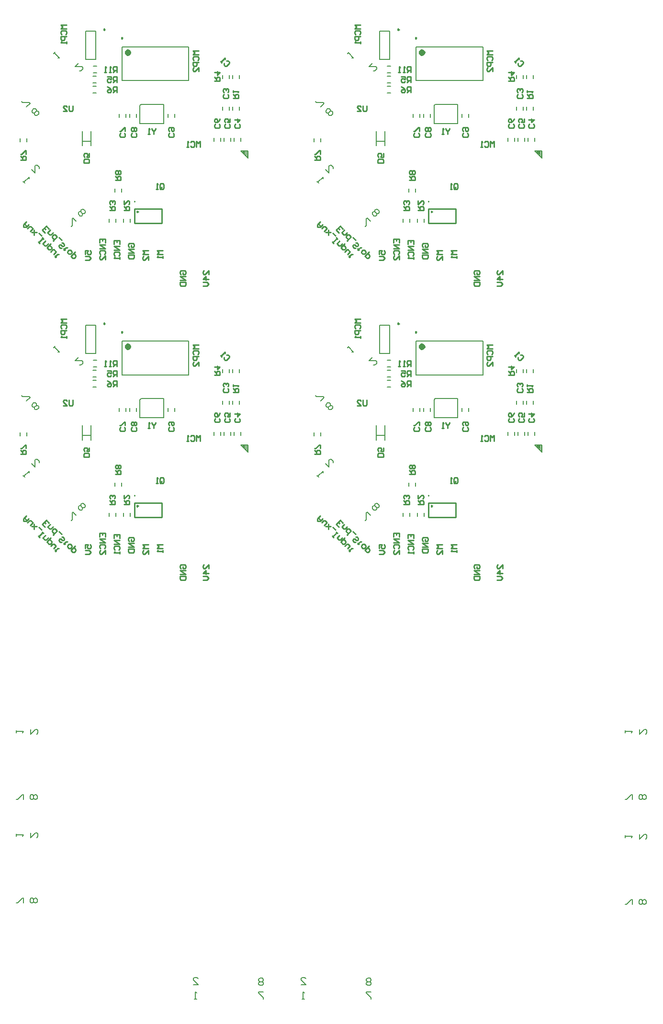
<source format=gbo>
G04 Layer_Color=32896*
%FSLAX25Y25*%
%MOIN*%
G70*
G01*
G75*
%ADD26C,0.01000*%
%ADD37C,0.02362*%
%ADD60C,0.00984*%
%ADD61C,0.00394*%
%ADD62C,0.00787*%
%ADD63C,0.00600*%
%ADD64C,0.00800*%
%ADD108R,0.01000X0.04000*%
%ADD109R,0.01000X0.03500*%
%ADD110R,0.00500X0.02500*%
%ADD111R,0.01000X0.01500*%
%ADD112R,0.01000X0.00500*%
D26*
X210891Y452301D02*
X210140Y452734D01*
Y451868D01*
X210891Y452301D01*
X208390Y459301D02*
Y459801D01*
Y444301D02*
Y454301D01*
X227391D01*
Y444301D02*
Y454301D01*
X208390Y444301D02*
X227391D01*
X253890Y497301D02*
Y501236D01*
X252579Y499925D01*
X251267Y501236D01*
Y497301D01*
X247331Y500581D02*
X247987Y501236D01*
X249299D01*
X249955Y500581D01*
Y497957D01*
X249299Y497301D01*
X247987D01*
X247331Y497957D01*
X246019Y497301D02*
X244707D01*
X245363D01*
Y501236D01*
X246019Y500581D01*
X272354Y557475D02*
X273282D01*
X274210Y556548D01*
Y555620D01*
X272354Y553765D01*
X271427D01*
X270499Y554692D01*
Y555620D01*
X269108Y556084D02*
X268180Y557011D01*
X268644Y556548D01*
X271427Y559331D01*
Y558403D01*
X273170Y533925D02*
X273826Y533269D01*
Y531957D01*
X273170Y531301D01*
X270547D01*
X269890Y531957D01*
Y533269D01*
X270547Y533925D01*
X273170Y535237D02*
X273826Y535892D01*
Y537204D01*
X273170Y537860D01*
X272514D01*
X271858Y537204D01*
Y536548D01*
Y537204D01*
X271202Y537860D01*
X270547D01*
X269890Y537204D01*
Y535892D01*
X270547Y535237D01*
X281170Y513182D02*
X281826Y512526D01*
Y511214D01*
X281170Y510558D01*
X278547D01*
X277890Y511214D01*
Y512526D01*
X278547Y513182D01*
X277890Y516461D02*
X281826D01*
X279858Y514494D01*
Y517117D01*
X274170Y513182D02*
X274826Y512526D01*
Y511214D01*
X274170Y510558D01*
X271547D01*
X270890Y511214D01*
Y512526D01*
X271547Y513182D01*
X274826Y517117D02*
Y514494D01*
X272858D01*
X273514Y515805D01*
Y516461D01*
X272858Y517117D01*
X271547D01*
X270890Y516461D01*
Y515149D01*
X271547Y514494D01*
X267170Y513182D02*
X267826Y512526D01*
Y511214D01*
X267170Y510558D01*
X264546D01*
X263891Y511214D01*
Y512526D01*
X264546Y513182D01*
X267826Y517117D02*
X267170Y515805D01*
X265858Y514494D01*
X264546D01*
X263891Y515149D01*
Y516461D01*
X264546Y517117D01*
X265202D01*
X265858Y516461D01*
Y514494D01*
X201170Y506925D02*
X201826Y506269D01*
Y504957D01*
X201170Y504301D01*
X198547D01*
X197891Y504957D01*
Y506269D01*
X198547Y506925D01*
X201826Y508237D02*
Y510860D01*
X201170D01*
X198547Y508237D01*
X197891D01*
X209170Y506925D02*
X209826Y506269D01*
Y504957D01*
X209170Y504301D01*
X206546D01*
X205890Y504957D01*
Y506269D01*
X206546Y506925D01*
X209170Y508237D02*
X209826Y508892D01*
Y510204D01*
X209170Y510860D01*
X208514D01*
X207858Y510204D01*
X207203Y510860D01*
X206546D01*
X205890Y510204D01*
Y508892D01*
X206546Y508237D01*
X207203D01*
X207858Y508892D01*
X208514Y508237D01*
X209170D01*
X207858Y508892D02*
Y510204D01*
X235170Y506925D02*
X235826Y506269D01*
Y504957D01*
X235170Y504301D01*
X232546D01*
X231891Y504957D01*
Y506269D01*
X232546Y506925D01*
Y508237D02*
X231891Y508892D01*
Y510204D01*
X232546Y510860D01*
X235170D01*
X235826Y510204D01*
Y508892D01*
X235170Y508237D01*
X234514D01*
X233858Y508892D01*
Y510860D01*
X276890Y531301D02*
X280826D01*
Y533269D01*
X280170Y533925D01*
X278858D01*
X278203Y533269D01*
Y531301D01*
Y532613D02*
X276890Y533925D01*
Y535237D02*
Y536548D01*
Y535892D01*
X280826D01*
X280170Y535237D01*
X200891Y453301D02*
X204826D01*
Y455269D01*
X204170Y455925D01*
X202858D01*
X202203Y455269D01*
Y453301D01*
Y454613D02*
X200891Y455925D01*
Y459860D02*
Y457236D01*
X203514Y459860D01*
X204170D01*
X204826Y459204D01*
Y457893D01*
X204170Y457236D01*
X194891Y474301D02*
X198826D01*
Y476269D01*
X198170Y476925D01*
X196858D01*
X196203Y476269D01*
Y474301D01*
Y475613D02*
X194891Y476925D01*
X198170Y478236D02*
X198826Y478893D01*
Y480204D01*
X198170Y480860D01*
X197514D01*
X196858Y480204D01*
X196203Y480860D01*
X195546D01*
X194891Y480204D01*
Y478893D01*
X195546Y478236D01*
X196203D01*
X196858Y478893D01*
X197514Y478236D01*
X198170D01*
X196858Y478893D02*
Y480204D01*
X128891Y488301D02*
X132826D01*
Y490269D01*
X132170Y490925D01*
X130858D01*
X130202Y490269D01*
Y488301D01*
Y489613D02*
X128891Y490925D01*
X132826Y492237D02*
Y494860D01*
X132170D01*
X129546Y492237D01*
X128891D01*
X195891Y549301D02*
Y553236D01*
X193923D01*
X193267Y552581D01*
Y551269D01*
X193923Y550613D01*
X195891D01*
X194579D02*
X193267Y549301D01*
X191955D02*
X190643D01*
X191299D01*
Y553236D01*
X191955Y552581D01*
X188675Y549301D02*
X187363D01*
X188019D01*
Y553236D01*
X188675Y552581D01*
X263891Y543301D02*
X267826D01*
Y545269D01*
X267170Y545925D01*
X265858D01*
X265202Y545269D01*
Y543301D01*
Y544613D02*
X263891Y545925D01*
Y549204D02*
X267826D01*
X265858Y547236D01*
Y549860D01*
X195891Y542301D02*
Y546237D01*
X193923D01*
X193267Y545581D01*
Y544269D01*
X193923Y543613D01*
X195891D01*
X194579D02*
X193267Y542301D01*
X189331Y546237D02*
X191955D01*
Y544269D01*
X190643Y544925D01*
X189987D01*
X189331Y544269D01*
Y542957D01*
X189987Y542301D01*
X191299D01*
X191955Y542957D01*
X195891Y535301D02*
Y539236D01*
X193923D01*
X193267Y538581D01*
Y537269D01*
X193923Y536613D01*
X195891D01*
X194579D02*
X193267Y535301D01*
X189331Y539236D02*
X190643Y538581D01*
X191955Y537269D01*
Y535957D01*
X191299Y535301D01*
X189987D01*
X189331Y535957D01*
Y536613D01*
X189987Y537269D01*
X191955D01*
X160891Y582301D02*
X156955D01*
X158267Y580989D01*
X156955Y579677D01*
X160891D01*
X157611Y575741D02*
X156955Y576397D01*
Y577709D01*
X157611Y578365D01*
X160235D01*
X160891Y577709D01*
Y576397D01*
X160235Y575741D01*
X160891Y574429D02*
X156955D01*
Y572461D01*
X157611Y571805D01*
X158923D01*
X159579Y572461D01*
Y574429D01*
X160891Y570494D02*
Y569182D01*
Y569838D01*
X156955D01*
X157611Y570494D01*
X252890Y564301D02*
X248955D01*
X250267Y562989D01*
X248955Y561677D01*
X252890D01*
X249611Y557741D02*
X248955Y558397D01*
Y559709D01*
X249611Y560365D01*
X252235D01*
X252890Y559709D01*
Y558397D01*
X252235Y557741D01*
X252890Y556429D02*
X248955D01*
Y554461D01*
X249611Y553805D01*
X250923D01*
X251579Y554461D01*
Y556429D01*
X252890Y549870D02*
Y552494D01*
X250267Y549870D01*
X249611D01*
X248955Y550526D01*
Y551838D01*
X249611Y552494D01*
X222890Y510237D02*
Y509581D01*
X221579Y508269D01*
X220267Y509581D01*
Y510237D01*
X221579Y508269D02*
Y506301D01*
X218955D02*
X217643D01*
X218299D01*
Y510237D01*
X218955Y509581D01*
X190891Y453301D02*
X194826D01*
Y455269D01*
X194170Y455925D01*
X192858D01*
X192202Y455269D01*
Y453301D01*
Y454613D02*
X190891Y455925D01*
X194170Y457236D02*
X194826Y457893D01*
Y459204D01*
X194170Y459860D01*
X193514D01*
X192858Y459204D01*
Y458548D01*
Y459204D01*
X192202Y459860D01*
X191546D01*
X190891Y459204D01*
Y457893D01*
X191546Y457236D01*
X165191Y526136D02*
Y522857D01*
X164535Y522201D01*
X163223D01*
X162567Y522857D01*
Y526136D01*
X158631Y522201D02*
X161255D01*
X158631Y524825D01*
Y525481D01*
X159287Y526136D01*
X160599D01*
X161255Y525481D01*
X176826Y486301D02*
X172891D01*
Y488269D01*
X173547Y488925D01*
X176170D01*
X176826Y488269D01*
Y486301D01*
Y492860D02*
Y490237D01*
X174858D01*
X175514Y491548D01*
Y492204D01*
X174858Y492860D01*
X173547D01*
X172891Y492204D01*
Y490893D01*
X173547Y490237D01*
X226067Y468657D02*
Y471281D01*
X226723Y471937D01*
X228035D01*
X228691Y471281D01*
Y468657D01*
X228035Y468001D01*
X226723D01*
X227379Y469313D02*
X226067Y468001D01*
X226723D02*
X226067Y468657D01*
X224755Y468001D02*
X223443D01*
X224099D01*
Y471937D01*
X224755Y471281D01*
X240611Y408677D02*
X239955Y409333D01*
Y410645D01*
X240611Y411301D01*
X243235D01*
X243891Y410645D01*
Y409333D01*
X243235Y408677D01*
X241923D01*
Y409989D01*
X243891Y407365D02*
X239955D01*
X243891Y404741D01*
X239955D01*
Y403429D02*
X243891D01*
Y401461D01*
X243235Y400806D01*
X240611D01*
X239955Y401461D01*
Y403429D01*
X259891Y408677D02*
Y411301D01*
X257267Y408677D01*
X256611D01*
X255955Y409333D01*
Y410645D01*
X256611Y411301D01*
X259891Y405397D02*
X255955D01*
X257923Y407365D01*
Y404741D01*
X255955Y403429D02*
X258579D01*
X259891Y402117D01*
X258579Y400806D01*
X255955D01*
X227890Y425301D02*
X223955D01*
X225267Y423989D01*
X223955Y422677D01*
X227890D01*
Y421365D02*
Y420053D01*
Y420709D01*
X223955D01*
X224611Y421365D01*
X204611Y427677D02*
X203955Y428333D01*
Y429645D01*
X204611Y430301D01*
X207235D01*
X207891Y429645D01*
Y428333D01*
X207235Y427677D01*
X205923D01*
Y428989D01*
X207891Y426365D02*
X203955D01*
X207891Y423741D01*
X203955D01*
Y422429D02*
X207891D01*
Y420461D01*
X207235Y419805D01*
X204611D01*
X203955Y420461D01*
Y422429D01*
X193955Y429677D02*
Y432301D01*
X197891D01*
Y429677D01*
X195923Y432301D02*
Y430989D01*
X197891Y428365D02*
X193955D01*
X197891Y425741D01*
X193955D01*
X194611Y421805D02*
X193955Y422461D01*
Y423773D01*
X194611Y424429D01*
X197235D01*
X197891Y423773D01*
Y422461D01*
X197235Y421805D01*
X197891Y420494D02*
Y419182D01*
Y419838D01*
X193955D01*
X194611Y420494D01*
X183955Y430677D02*
Y433301D01*
X187891D01*
Y430677D01*
X185923Y433301D02*
Y431989D01*
X187891Y429365D02*
X183955D01*
X187891Y426741D01*
X183955D01*
X184611Y422806D02*
X183955Y423461D01*
Y424773D01*
X184611Y425429D01*
X187235D01*
X187891Y424773D01*
Y423461D01*
X187235Y422806D01*
X187891Y418870D02*
Y421494D01*
X185267Y418870D01*
X184611D01*
X183955Y419526D01*
Y420838D01*
X184611Y421494D01*
X173955Y422677D02*
Y425301D01*
X175923D01*
X175267Y423989D01*
Y423333D01*
X175923Y422677D01*
X177235D01*
X177891Y423333D01*
Y424645D01*
X177235Y425301D01*
X173955Y421365D02*
X176579D01*
X177891Y420053D01*
X176579Y418741D01*
X173955D01*
X217891Y425301D02*
X213955D01*
X215267Y423989D01*
X213955Y422677D01*
X217891D01*
Y418741D02*
Y421365D01*
X215267Y418741D01*
X214611D01*
X213955Y419397D01*
Y420709D01*
X214611Y421365D01*
X132891Y445301D02*
X131035Y443445D01*
X131035Y441590D01*
X132891Y441590D01*
X134746Y443445D01*
X133354Y442054D01*
X131499Y443909D01*
X133818Y440662D02*
X135210Y442054D01*
X136137D01*
X137529Y440662D01*
X135673Y438807D01*
X136601Y437880D02*
X140312D01*
X138456D01*
Y436024D01*
Y439735D01*
X141703Y437416D02*
X143559Y435560D01*
X141240Y431386D02*
X142167Y430458D01*
X141703Y430922D01*
X144486Y433705D01*
X144023Y434169D01*
X144950Y433241D01*
X146342Y431850D02*
X144486Y429994D01*
X145878Y428603D01*
X146806D01*
X148197Y429994D01*
X150052Y429994D02*
X147269Y427211D01*
X148661Y425820D01*
X149589D01*
X150516Y426748D01*
X150516Y427675D01*
X149125Y429067D01*
X150052Y424428D02*
X151444Y425820D01*
X152372D01*
X153763Y424428D01*
X151908Y422573D01*
X152835Y420718D02*
X153299Y421182D01*
X152835Y421645D01*
X153763Y420718D01*
X153299Y421182D01*
X154691Y422573D01*
X155618Y422573D01*
X145963Y437663D02*
X144108Y439518D01*
X146891Y442301D01*
X148746Y440446D01*
X145499Y440909D02*
X146427Y439982D01*
X149673Y439518D02*
X147818Y437663D01*
X149210Y436271D01*
X150137D01*
X151529Y437663D01*
Y432096D02*
X154312Y434879D01*
X152920Y436271D01*
X151993D01*
X151065Y435343D01*
X151065Y434416D01*
X152456Y433024D01*
X155703Y434416D02*
X157559Y432560D01*
Y426994D02*
X156631Y426994D01*
X155703Y427922D01*
Y428850D01*
X156167Y429314D01*
X157095Y429314D01*
X158022Y428386D01*
X158950D01*
X159414Y428850D01*
X159414Y429777D01*
X158486Y430705D01*
X157559D01*
X158950Y425603D02*
X159414Y426067D01*
X158950Y426531D01*
X159878Y425603D01*
X159414Y426067D01*
X160805Y427458D01*
X161733Y427458D01*
X163589Y425603D02*
X164516Y424675D01*
X164516Y423747D01*
X163589Y422820D01*
X162661D01*
X161733Y423747D01*
X161733Y424675D01*
X162661Y425603D01*
X163589D01*
X166835Y424211D02*
X164052Y421428D01*
X165444Y420037D01*
X166372D01*
X167299Y420964D01*
X167299Y421892D01*
X165908Y423284D01*
X415615Y452301D02*
X414865Y452734D01*
Y451868D01*
X415615Y452301D01*
X413115Y459301D02*
Y459801D01*
Y444301D02*
Y454301D01*
X432115D01*
Y444301D02*
Y454301D01*
X413115Y444301D02*
X432115D01*
X458615Y497301D02*
Y501236D01*
X457303Y499925D01*
X455991Y501236D01*
Y497301D01*
X452055Y500581D02*
X452711Y501236D01*
X454023D01*
X454679Y500581D01*
Y497957D01*
X454023Y497301D01*
X452711D01*
X452055Y497957D01*
X450743Y497301D02*
X449432D01*
X450087D01*
Y501236D01*
X450743Y500581D01*
X477079Y557475D02*
X478007D01*
X478934Y556548D01*
Y555620D01*
X477079Y553765D01*
X476151D01*
X475223Y554692D01*
Y555620D01*
X473832Y556084D02*
X472904Y557011D01*
X473368Y556548D01*
X476151Y559331D01*
Y558403D01*
X477895Y533925D02*
X478551Y533269D01*
Y531957D01*
X477895Y531301D01*
X475271D01*
X474615Y531957D01*
Y533269D01*
X475271Y533925D01*
X477895Y535237D02*
X478551Y535892D01*
Y537204D01*
X477895Y537860D01*
X477239D01*
X476583Y537204D01*
Y536548D01*
Y537204D01*
X475927Y537860D01*
X475271D01*
X474615Y537204D01*
Y535892D01*
X475271Y535237D01*
X485895Y513182D02*
X486551Y512526D01*
Y511214D01*
X485895Y510558D01*
X483271D01*
X482615Y511214D01*
Y512526D01*
X483271Y513182D01*
X482615Y516461D02*
X486551D01*
X484583Y514494D01*
Y517117D01*
X478895Y513182D02*
X479551Y512526D01*
Y511214D01*
X478895Y510558D01*
X476271D01*
X475615Y511214D01*
Y512526D01*
X476271Y513182D01*
X479551Y517117D02*
Y514494D01*
X477583D01*
X478239Y515805D01*
Y516461D01*
X477583Y517117D01*
X476271D01*
X475615Y516461D01*
Y515149D01*
X476271Y514494D01*
X471895Y513182D02*
X472551Y512526D01*
Y511214D01*
X471895Y510558D01*
X469271D01*
X468615Y511214D01*
Y512526D01*
X469271Y513182D01*
X472551Y517117D02*
X471895Y515805D01*
X470583Y514494D01*
X469271D01*
X468615Y515149D01*
Y516461D01*
X469271Y517117D01*
X469927D01*
X470583Y516461D01*
Y514494D01*
X405895Y506925D02*
X406551Y506269D01*
Y504957D01*
X405895Y504301D01*
X403271D01*
X402615Y504957D01*
Y506269D01*
X403271Y506925D01*
X406551Y508237D02*
Y510860D01*
X405895D01*
X403271Y508237D01*
X402615D01*
X413895Y506925D02*
X414551Y506269D01*
Y504957D01*
X413895Y504301D01*
X411271D01*
X410615Y504957D01*
Y506269D01*
X411271Y506925D01*
X413895Y508237D02*
X414551Y508892D01*
Y510204D01*
X413895Y510860D01*
X413239D01*
X412583Y510204D01*
X411927Y510860D01*
X411271D01*
X410615Y510204D01*
Y508892D01*
X411271Y508237D01*
X411927D01*
X412583Y508892D01*
X413239Y508237D01*
X413895D01*
X412583Y508892D02*
Y510204D01*
X439895Y506925D02*
X440551Y506269D01*
Y504957D01*
X439895Y504301D01*
X437271D01*
X436615Y504957D01*
Y506269D01*
X437271Y506925D01*
Y508237D02*
X436615Y508892D01*
Y510204D01*
X437271Y510860D01*
X439895D01*
X440551Y510204D01*
Y508892D01*
X439895Y508237D01*
X439239D01*
X438583Y508892D01*
Y510860D01*
X481615Y531301D02*
X485551D01*
Y533269D01*
X484895Y533925D01*
X483583D01*
X482927Y533269D01*
Y531301D01*
Y532613D02*
X481615Y533925D01*
Y535237D02*
Y536548D01*
Y535892D01*
X485551D01*
X484895Y535237D01*
X405615Y453301D02*
X409551D01*
Y455269D01*
X408895Y455925D01*
X407583D01*
X406927Y455269D01*
Y453301D01*
Y454613D02*
X405615Y455925D01*
Y459860D02*
Y457236D01*
X408239Y459860D01*
X408895D01*
X409551Y459204D01*
Y457893D01*
X408895Y457236D01*
X399615Y474301D02*
X403551D01*
Y476269D01*
X402895Y476925D01*
X401583D01*
X400927Y476269D01*
Y474301D01*
Y475613D02*
X399615Y476925D01*
X402895Y478236D02*
X403551Y478893D01*
Y480204D01*
X402895Y480860D01*
X402239D01*
X401583Y480204D01*
X400927Y480860D01*
X400271D01*
X399615Y480204D01*
Y478893D01*
X400271Y478236D01*
X400927D01*
X401583Y478893D01*
X402239Y478236D01*
X402895D01*
X401583Y478893D02*
Y480204D01*
X333615Y488301D02*
X337551D01*
Y490269D01*
X336895Y490925D01*
X335583D01*
X334927Y490269D01*
Y488301D01*
Y489613D02*
X333615Y490925D01*
X337551Y492237D02*
Y494860D01*
X336895D01*
X334271Y492237D01*
X333615D01*
X400615Y549301D02*
Y553236D01*
X398647D01*
X397991Y552581D01*
Y551269D01*
X398647Y550613D01*
X400615D01*
X399303D02*
X397991Y549301D01*
X396679D02*
X395367D01*
X396023D01*
Y553236D01*
X396679Y552581D01*
X393399Y549301D02*
X392088D01*
X392743D01*
Y553236D01*
X393399Y552581D01*
X468615Y543301D02*
X472551D01*
Y545269D01*
X471895Y545925D01*
X470583D01*
X469927Y545269D01*
Y543301D01*
Y544613D02*
X468615Y545925D01*
Y549204D02*
X472551D01*
X470583Y547236D01*
Y549860D01*
X400615Y542301D02*
Y546237D01*
X398647D01*
X397991Y545581D01*
Y544269D01*
X398647Y543613D01*
X400615D01*
X399303D02*
X397991Y542301D01*
X394055Y546237D02*
X396679D01*
Y544269D01*
X395367Y544925D01*
X394711D01*
X394055Y544269D01*
Y542957D01*
X394711Y542301D01*
X396023D01*
X396679Y542957D01*
X400615Y535301D02*
Y539236D01*
X398647D01*
X397991Y538581D01*
Y537269D01*
X398647Y536613D01*
X400615D01*
X399303D02*
X397991Y535301D01*
X394055Y539236D02*
X395367Y538581D01*
X396679Y537269D01*
Y535957D01*
X396023Y535301D01*
X394711D01*
X394055Y535957D01*
Y536613D01*
X394711Y537269D01*
X396679D01*
X365615Y582301D02*
X361679D01*
X362991Y580989D01*
X361679Y579677D01*
X365615D01*
X362335Y575741D02*
X361679Y576397D01*
Y577709D01*
X362335Y578365D01*
X364959D01*
X365615Y577709D01*
Y576397D01*
X364959Y575741D01*
X365615Y574429D02*
X361679D01*
Y572461D01*
X362335Y571805D01*
X363647D01*
X364303Y572461D01*
Y574429D01*
X365615Y570494D02*
Y569182D01*
Y569838D01*
X361679D01*
X362335Y570494D01*
X457615Y564301D02*
X453679D01*
X454991Y562989D01*
X453679Y561677D01*
X457615D01*
X454335Y557741D02*
X453679Y558397D01*
Y559709D01*
X454335Y560365D01*
X456959D01*
X457615Y559709D01*
Y558397D01*
X456959Y557741D01*
X457615Y556429D02*
X453679D01*
Y554461D01*
X454335Y553805D01*
X455647D01*
X456303Y554461D01*
Y556429D01*
X457615Y549870D02*
Y552494D01*
X454991Y549870D01*
X454335D01*
X453679Y550526D01*
Y551838D01*
X454335Y552494D01*
X427615Y510237D02*
Y509581D01*
X426303Y508269D01*
X424991Y509581D01*
Y510237D01*
X426303Y508269D02*
Y506301D01*
X423679D02*
X422367D01*
X423023D01*
Y510237D01*
X423679Y509581D01*
X395615Y453301D02*
X399551D01*
Y455269D01*
X398895Y455925D01*
X397583D01*
X396927Y455269D01*
Y453301D01*
Y454613D02*
X395615Y455925D01*
X398895Y457236D02*
X399551Y457893D01*
Y459204D01*
X398895Y459860D01*
X398239D01*
X397583Y459204D01*
Y458548D01*
Y459204D01*
X396927Y459860D01*
X396271D01*
X395615Y459204D01*
Y457893D01*
X396271Y457236D01*
X369915Y526136D02*
Y522857D01*
X369259Y522201D01*
X367947D01*
X367291Y522857D01*
Y526136D01*
X363355Y522201D02*
X365979D01*
X363355Y524825D01*
Y525481D01*
X364011Y526136D01*
X365323D01*
X365979Y525481D01*
X381551Y486301D02*
X377615D01*
Y488269D01*
X378271Y488925D01*
X380895D01*
X381551Y488269D01*
Y486301D01*
Y492860D02*
Y490237D01*
X379583D01*
X380239Y491548D01*
Y492204D01*
X379583Y492860D01*
X378271D01*
X377615Y492204D01*
Y490893D01*
X378271Y490237D01*
X430791Y468657D02*
Y471281D01*
X431447Y471937D01*
X432759D01*
X433415Y471281D01*
Y468657D01*
X432759Y468001D01*
X431447D01*
X432103Y469313D02*
X430791Y468001D01*
X431447D02*
X430791Y468657D01*
X429479Y468001D02*
X428167D01*
X428823D01*
Y471937D01*
X429479Y471281D01*
X445335Y408677D02*
X444679Y409333D01*
Y410645D01*
X445335Y411301D01*
X447959D01*
X448615Y410645D01*
Y409333D01*
X447959Y408677D01*
X446647D01*
Y409989D01*
X448615Y407365D02*
X444679D01*
X448615Y404741D01*
X444679D01*
Y403429D02*
X448615D01*
Y401461D01*
X447959Y400806D01*
X445335D01*
X444679Y401461D01*
Y403429D01*
X464615Y408677D02*
Y411301D01*
X461991Y408677D01*
X461335D01*
X460679Y409333D01*
Y410645D01*
X461335Y411301D01*
X464615Y405397D02*
X460679D01*
X462647Y407365D01*
Y404741D01*
X460679Y403429D02*
X463303D01*
X464615Y402117D01*
X463303Y400806D01*
X460679D01*
X432615Y425301D02*
X428679D01*
X429991Y423989D01*
X428679Y422677D01*
X432615D01*
Y421365D02*
Y420053D01*
Y420709D01*
X428679D01*
X429335Y421365D01*
X409335Y427677D02*
X408679Y428333D01*
Y429645D01*
X409335Y430301D01*
X411959D01*
X412615Y429645D01*
Y428333D01*
X411959Y427677D01*
X410647D01*
Y428989D01*
X412615Y426365D02*
X408679D01*
X412615Y423741D01*
X408679D01*
Y422429D02*
X412615D01*
Y420461D01*
X411959Y419805D01*
X409335D01*
X408679Y420461D01*
Y422429D01*
X398679Y429677D02*
Y432301D01*
X402615D01*
Y429677D01*
X400647Y432301D02*
Y430989D01*
X402615Y428365D02*
X398679D01*
X402615Y425741D01*
X398679D01*
X399335Y421805D02*
X398679Y422461D01*
Y423773D01*
X399335Y424429D01*
X401959D01*
X402615Y423773D01*
Y422461D01*
X401959Y421805D01*
X402615Y420494D02*
Y419182D01*
Y419838D01*
X398679D01*
X399335Y420494D01*
X388679Y430677D02*
Y433301D01*
X392615D01*
Y430677D01*
X390647Y433301D02*
Y431989D01*
X392615Y429365D02*
X388679D01*
X392615Y426741D01*
X388679D01*
X389335Y422806D02*
X388679Y423461D01*
Y424773D01*
X389335Y425429D01*
X391959D01*
X392615Y424773D01*
Y423461D01*
X391959Y422806D01*
X392615Y418870D02*
Y421494D01*
X389991Y418870D01*
X389335D01*
X388679Y419526D01*
Y420838D01*
X389335Y421494D01*
X378679Y422677D02*
Y425301D01*
X380647D01*
X379991Y423989D01*
Y423333D01*
X380647Y422677D01*
X381959D01*
X382615Y423333D01*
Y424645D01*
X381959Y425301D01*
X378679Y421365D02*
X381303D01*
X382615Y420053D01*
X381303Y418741D01*
X378679D01*
X422615Y425301D02*
X418679D01*
X419991Y423989D01*
X418679Y422677D01*
X422615D01*
Y418741D02*
Y421365D01*
X419991Y418741D01*
X419335D01*
X418679Y419397D01*
Y420709D01*
X419335Y421365D01*
X337615Y445301D02*
X335760Y443445D01*
X335760Y441590D01*
X337615Y441590D01*
X339470Y443445D01*
X338079Y442054D01*
X336224Y443909D01*
X338543Y440662D02*
X339934Y442054D01*
X340862D01*
X342253Y440662D01*
X340398Y438807D01*
X341326Y437880D02*
X345036D01*
X343181D01*
Y436024D01*
Y439735D01*
X346428Y437416D02*
X348283Y435560D01*
X345964Y431386D02*
X346892Y430458D01*
X346428Y430922D01*
X349211Y433705D01*
X348747Y434169D01*
X349675Y433241D01*
X351066Y431850D02*
X349211Y429994D01*
X350602Y428603D01*
X351530D01*
X352921Y429994D01*
X354777Y429994D02*
X351994Y427211D01*
X353385Y425820D01*
X354313D01*
X355241Y426748D01*
X355241Y427675D01*
X353849Y429067D01*
X354777Y424428D02*
X356168Y425820D01*
X357096D01*
X358487Y424428D01*
X356632Y422573D01*
X357560Y420718D02*
X358024Y421182D01*
X357560Y421645D01*
X358487Y420718D01*
X358024Y421182D01*
X359415Y422573D01*
X360343Y422573D01*
X350687Y437663D02*
X348832Y439518D01*
X351615Y442301D01*
X353470Y440446D01*
X350223Y440909D02*
X351151Y439982D01*
X354398Y439518D02*
X352543Y437663D01*
X353934Y436271D01*
X354862D01*
X356253Y437663D01*
Y432096D02*
X359036Y434879D01*
X357645Y436271D01*
X356717D01*
X355789Y435343D01*
X355789Y434416D01*
X357181Y433024D01*
X360428Y434416D02*
X362283Y432560D01*
Y426994D02*
X361355Y426994D01*
X360428Y427922D01*
Y428850D01*
X360892Y429314D01*
X361819Y429314D01*
X362747Y428386D01*
X363675D01*
X364138Y428850D01*
X364138Y429777D01*
X363211Y430705D01*
X362283D01*
X363675Y425603D02*
X364138Y426067D01*
X363675Y426531D01*
X364602Y425603D01*
X364138Y426067D01*
X365530Y427458D01*
X366458Y427458D01*
X368313Y425603D02*
X369240Y424675D01*
X369240Y423747D01*
X368313Y422820D01*
X367385D01*
X366458Y423747D01*
X366458Y424675D01*
X367385Y425603D01*
X368313D01*
X371560Y424211D02*
X368777Y421428D01*
X370168Y420037D01*
X371096D01*
X372024Y420964D01*
X372024Y421892D01*
X370632Y423284D01*
X210891Y657025D02*
X210140Y657458D01*
Y656592D01*
X210891Y657025D01*
X208390Y664025D02*
Y664525D01*
Y649025D02*
Y659025D01*
X227391D01*
Y649025D02*
Y659025D01*
X208390Y649025D02*
X227391D01*
X253890Y702025D02*
Y705961D01*
X252579Y704649D01*
X251267Y705961D01*
Y702025D01*
X247331Y705305D02*
X247987Y705961D01*
X249299D01*
X249955Y705305D01*
Y702681D01*
X249299Y702025D01*
X247987D01*
X247331Y702681D01*
X246019Y702025D02*
X244707D01*
X245363D01*
Y705961D01*
X246019Y705305D01*
X272354Y762200D02*
X273282D01*
X274210Y761272D01*
Y760344D01*
X272354Y758489D01*
X271427D01*
X270499Y759417D01*
Y760344D01*
X269108Y760808D02*
X268180Y761736D01*
X268644Y761272D01*
X271427Y764055D01*
Y763127D01*
X273170Y738649D02*
X273826Y737993D01*
Y736681D01*
X273170Y736025D01*
X270547D01*
X269890Y736681D01*
Y737993D01*
X270547Y738649D01*
X273170Y739961D02*
X273826Y740617D01*
Y741929D01*
X273170Y742585D01*
X272514D01*
X271858Y741929D01*
Y741273D01*
Y741929D01*
X271202Y742585D01*
X270547D01*
X269890Y741929D01*
Y740617D01*
X270547Y739961D01*
X281170Y717906D02*
X281826Y717250D01*
Y715938D01*
X281170Y715282D01*
X278547D01*
X277890Y715938D01*
Y717250D01*
X278547Y717906D01*
X277890Y721186D02*
X281826D01*
X279858Y719218D01*
Y721842D01*
X274170Y717906D02*
X274826Y717250D01*
Y715938D01*
X274170Y715282D01*
X271547D01*
X270890Y715938D01*
Y717250D01*
X271547Y717906D01*
X274826Y721842D02*
Y719218D01*
X272858D01*
X273514Y720530D01*
Y721186D01*
X272858Y721842D01*
X271547D01*
X270890Y721186D01*
Y719874D01*
X271547Y719218D01*
X267170Y717906D02*
X267826Y717250D01*
Y715938D01*
X267170Y715282D01*
X264546D01*
X263891Y715938D01*
Y717250D01*
X264546Y717906D01*
X267826Y721842D02*
X267170Y720530D01*
X265858Y719218D01*
X264546D01*
X263891Y719874D01*
Y721186D01*
X264546Y721842D01*
X265202D01*
X265858Y721186D01*
Y719218D01*
X201170Y711649D02*
X201826Y710993D01*
Y709681D01*
X201170Y709025D01*
X198547D01*
X197891Y709681D01*
Y710993D01*
X198547Y711649D01*
X201826Y712961D02*
Y715585D01*
X201170D01*
X198547Y712961D01*
X197891D01*
X209170Y711649D02*
X209826Y710993D01*
Y709681D01*
X209170Y709025D01*
X206546D01*
X205890Y709681D01*
Y710993D01*
X206546Y711649D01*
X209170Y712961D02*
X209826Y713617D01*
Y714929D01*
X209170Y715585D01*
X208514D01*
X207858Y714929D01*
X207203Y715585D01*
X206546D01*
X205890Y714929D01*
Y713617D01*
X206546Y712961D01*
X207203D01*
X207858Y713617D01*
X208514Y712961D01*
X209170D01*
X207858Y713617D02*
Y714929D01*
X235170Y711649D02*
X235826Y710993D01*
Y709681D01*
X235170Y709025D01*
X232546D01*
X231891Y709681D01*
Y710993D01*
X232546Y711649D01*
Y712961D02*
X231891Y713617D01*
Y714929D01*
X232546Y715585D01*
X235170D01*
X235826Y714929D01*
Y713617D01*
X235170Y712961D01*
X234514D01*
X233858Y713617D01*
Y715585D01*
X276890Y736025D02*
X280826D01*
Y737993D01*
X280170Y738649D01*
X278858D01*
X278203Y737993D01*
Y736025D01*
Y737337D02*
X276890Y738649D01*
Y739961D02*
Y741273D01*
Y740617D01*
X280826D01*
X280170Y739961D01*
X200891Y658025D02*
X204826D01*
Y659993D01*
X204170Y660649D01*
X202858D01*
X202203Y659993D01*
Y658025D01*
Y659337D02*
X200891Y660649D01*
Y664585D02*
Y661961D01*
X203514Y664585D01*
X204170D01*
X204826Y663929D01*
Y662617D01*
X204170Y661961D01*
X194891Y679025D02*
X198826D01*
Y680993D01*
X198170Y681649D01*
X196858D01*
X196203Y680993D01*
Y679025D01*
Y680337D02*
X194891Y681649D01*
X198170Y682961D02*
X198826Y683617D01*
Y684929D01*
X198170Y685585D01*
X197514D01*
X196858Y684929D01*
X196203Y685585D01*
X195546D01*
X194891Y684929D01*
Y683617D01*
X195546Y682961D01*
X196203D01*
X196858Y683617D01*
X197514Y682961D01*
X198170D01*
X196858Y683617D02*
Y684929D01*
X128891Y693025D02*
X132826D01*
Y694993D01*
X132170Y695649D01*
X130858D01*
X130202Y694993D01*
Y693025D01*
Y694337D02*
X128891Y695649D01*
X132826Y696961D02*
Y699585D01*
X132170D01*
X129546Y696961D01*
X128891D01*
X195891Y754025D02*
Y757961D01*
X193923D01*
X193267Y757305D01*
Y755993D01*
X193923Y755337D01*
X195891D01*
X194579D02*
X193267Y754025D01*
X191955D02*
X190643D01*
X191299D01*
Y757961D01*
X191955Y757305D01*
X188675Y754025D02*
X187363D01*
X188019D01*
Y757961D01*
X188675Y757305D01*
X263891Y748025D02*
X267826D01*
Y749993D01*
X267170Y750649D01*
X265858D01*
X265202Y749993D01*
Y748025D01*
Y749337D02*
X263891Y750649D01*
Y753929D02*
X267826D01*
X265858Y751961D01*
Y754585D01*
X195891Y747025D02*
Y750961D01*
X193923D01*
X193267Y750305D01*
Y748993D01*
X193923Y748337D01*
X195891D01*
X194579D02*
X193267Y747025D01*
X189331Y750961D02*
X191955D01*
Y748993D01*
X190643Y749649D01*
X189987D01*
X189331Y748993D01*
Y747681D01*
X189987Y747025D01*
X191299D01*
X191955Y747681D01*
X195891Y740025D02*
Y743961D01*
X193923D01*
X193267Y743305D01*
Y741993D01*
X193923Y741337D01*
X195891D01*
X194579D02*
X193267Y740025D01*
X189331Y743961D02*
X190643Y743305D01*
X191955Y741993D01*
Y740681D01*
X191299Y740025D01*
X189987D01*
X189331Y740681D01*
Y741337D01*
X189987Y741993D01*
X191955D01*
X160891Y787025D02*
X156955D01*
X158267Y785713D01*
X156955Y784401D01*
X160891D01*
X157611Y780466D02*
X156955Y781122D01*
Y782434D01*
X157611Y783089D01*
X160235D01*
X160891Y782434D01*
Y781122D01*
X160235Y780466D01*
X160891Y779154D02*
X156955D01*
Y777186D01*
X157611Y776530D01*
X158923D01*
X159579Y777186D01*
Y779154D01*
X160891Y775218D02*
Y773906D01*
Y774562D01*
X156955D01*
X157611Y775218D01*
X252890Y769025D02*
X248955D01*
X250267Y767713D01*
X248955Y766401D01*
X252890D01*
X249611Y762466D02*
X248955Y763122D01*
Y764433D01*
X249611Y765090D01*
X252235D01*
X252890Y764433D01*
Y763122D01*
X252235Y762466D01*
X252890Y761154D02*
X248955D01*
Y759186D01*
X249611Y758530D01*
X250923D01*
X251579Y759186D01*
Y761154D01*
X252890Y754594D02*
Y757218D01*
X250267Y754594D01*
X249611D01*
X248955Y755250D01*
Y756562D01*
X249611Y757218D01*
X222890Y714961D02*
Y714305D01*
X221579Y712993D01*
X220267Y714305D01*
Y714961D01*
X221579Y712993D02*
Y711025D01*
X218955D02*
X217643D01*
X218299D01*
Y714961D01*
X218955Y714305D01*
X190891Y658025D02*
X194826D01*
Y659993D01*
X194170Y660649D01*
X192858D01*
X192202Y659993D01*
Y658025D01*
Y659337D02*
X190891Y660649D01*
X194170Y661961D02*
X194826Y662617D01*
Y663929D01*
X194170Y664585D01*
X193514D01*
X192858Y663929D01*
Y663273D01*
Y663929D01*
X192202Y664585D01*
X191546D01*
X190891Y663929D01*
Y662617D01*
X191546Y661961D01*
X165191Y730861D02*
Y727581D01*
X164535Y726925D01*
X163223D01*
X162567Y727581D01*
Y730861D01*
X158631Y726925D02*
X161255D01*
X158631Y729549D01*
Y730205D01*
X159287Y730861D01*
X160599D01*
X161255Y730205D01*
X176826Y691025D02*
X172891D01*
Y692993D01*
X173547Y693649D01*
X176170D01*
X176826Y692993D01*
Y691025D01*
Y697585D02*
Y694961D01*
X174858D01*
X175514Y696273D01*
Y696929D01*
X174858Y697585D01*
X173547D01*
X172891Y696929D01*
Y695617D01*
X173547Y694961D01*
X226067Y673381D02*
Y676005D01*
X226723Y676661D01*
X228035D01*
X228691Y676005D01*
Y673381D01*
X228035Y672725D01*
X226723D01*
X227379Y674037D02*
X226067Y672725D01*
X226723D02*
X226067Y673381D01*
X224755Y672725D02*
X223443D01*
X224099D01*
Y676661D01*
X224755Y676005D01*
X240611Y613401D02*
X239955Y614057D01*
Y615369D01*
X240611Y616025D01*
X243235D01*
X243891Y615369D01*
Y614057D01*
X243235Y613401D01*
X241923D01*
Y614713D01*
X243891Y612089D02*
X239955D01*
X243891Y609466D01*
X239955D01*
Y608154D02*
X243891D01*
Y606186D01*
X243235Y605530D01*
X240611D01*
X239955Y606186D01*
Y608154D01*
X259891Y613401D02*
Y616025D01*
X257267Y613401D01*
X256611D01*
X255955Y614057D01*
Y615369D01*
X256611Y616025D01*
X259891Y610122D02*
X255955D01*
X257923Y612089D01*
Y609466D01*
X255955Y608154D02*
X258579D01*
X259891Y606842D01*
X258579Y605530D01*
X255955D01*
X227890Y630025D02*
X223955D01*
X225267Y628713D01*
X223955Y627401D01*
X227890D01*
Y626089D02*
Y624778D01*
Y625433D01*
X223955D01*
X224611Y626089D01*
X204611Y632401D02*
X203955Y633057D01*
Y634369D01*
X204611Y635025D01*
X207235D01*
X207891Y634369D01*
Y633057D01*
X207235Y632401D01*
X205923D01*
Y633713D01*
X207891Y631089D02*
X203955D01*
X207891Y628466D01*
X203955D01*
Y627154D02*
X207891D01*
Y625186D01*
X207235Y624530D01*
X204611D01*
X203955Y625186D01*
Y627154D01*
X193955Y634401D02*
Y637025D01*
X197891D01*
Y634401D01*
X195923Y637025D02*
Y635713D01*
X197891Y633089D02*
X193955D01*
X197891Y630466D01*
X193955D01*
X194611Y626530D02*
X193955Y627186D01*
Y628498D01*
X194611Y629154D01*
X197235D01*
X197891Y628498D01*
Y627186D01*
X197235Y626530D01*
X197891Y625218D02*
Y623906D01*
Y624562D01*
X193955D01*
X194611Y625218D01*
X183955Y635401D02*
Y638025D01*
X187891D01*
Y635401D01*
X185923Y638025D02*
Y636713D01*
X187891Y634090D02*
X183955D01*
X187891Y631466D01*
X183955D01*
X184611Y627530D02*
X183955Y628186D01*
Y629498D01*
X184611Y630154D01*
X187235D01*
X187891Y629498D01*
Y628186D01*
X187235Y627530D01*
X187891Y623594D02*
Y626218D01*
X185267Y623594D01*
X184611D01*
X183955Y624250D01*
Y625562D01*
X184611Y626218D01*
X173955Y627401D02*
Y630025D01*
X175923D01*
X175267Y628713D01*
Y628057D01*
X175923Y627401D01*
X177235D01*
X177891Y628057D01*
Y629369D01*
X177235Y630025D01*
X173955Y626089D02*
X176579D01*
X177891Y624778D01*
X176579Y623466D01*
X173955D01*
X217891Y630025D02*
X213955D01*
X215267Y628713D01*
X213955Y627401D01*
X217891D01*
Y623466D02*
Y626089D01*
X215267Y623466D01*
X214611D01*
X213955Y624122D01*
Y625433D01*
X214611Y626089D01*
X132891Y650025D02*
X131035Y648170D01*
X131035Y646314D01*
X132891Y646315D01*
X134746Y648170D01*
X133354Y646778D01*
X131499Y648634D01*
X133818Y645387D02*
X135210Y646778D01*
X136137D01*
X137529Y645387D01*
X135673Y643532D01*
X136601Y642604D02*
X140312D01*
X138456D01*
Y640749D01*
Y644459D01*
X141703Y642140D02*
X143559Y640285D01*
X141240Y636110D02*
X142167Y635183D01*
X141703Y635646D01*
X144486Y638429D01*
X144023Y638893D01*
X144950Y637966D01*
X146342Y636574D02*
X144486Y634719D01*
X145878Y633327D01*
X146806D01*
X148197Y634719D01*
X150052Y634719D02*
X147269Y631936D01*
X148661Y630544D01*
X149589D01*
X150516Y631472D01*
X150516Y632400D01*
X149125Y633791D01*
X150052Y629153D02*
X151444Y630544D01*
X152372D01*
X153763Y629153D01*
X151908Y627297D01*
X152835Y625442D02*
X153299Y625906D01*
X152835Y626370D01*
X153763Y625442D01*
X153299Y625906D01*
X154691Y627297D01*
X155618Y627297D01*
X145963Y642387D02*
X144108Y644242D01*
X146891Y647025D01*
X148746Y645170D01*
X145499Y645634D02*
X146427Y644706D01*
X149673Y644242D02*
X147818Y642387D01*
X149210Y640995D01*
X150137D01*
X151529Y642387D01*
Y636821D02*
X154312Y639604D01*
X152920Y640995D01*
X151993D01*
X151065Y640068D01*
X151065Y639140D01*
X152456Y637749D01*
X155703Y639140D02*
X157559Y637285D01*
Y631719D02*
X156631Y631719D01*
X155703Y632646D01*
Y633574D01*
X156167Y634038D01*
X157095Y634038D01*
X158022Y633110D01*
X158950D01*
X159414Y633574D01*
X159414Y634502D01*
X158486Y635429D01*
X157559D01*
X158950Y630327D02*
X159414Y630791D01*
X158950Y631255D01*
X159878Y630327D01*
X159414Y630791D01*
X160805Y632183D01*
X161733Y632183D01*
X163589Y630327D02*
X164516Y629400D01*
X164516Y628472D01*
X163589Y627544D01*
X162661D01*
X161733Y628472D01*
X161733Y629400D01*
X162661Y630327D01*
X163589D01*
X166835Y628936D02*
X164052Y626153D01*
X165444Y624761D01*
X166372D01*
X167299Y625689D01*
X167299Y626617D01*
X165908Y628008D01*
X415615Y657025D02*
X414865Y657458D01*
Y656592D01*
X415615Y657025D01*
X413115Y664025D02*
Y664525D01*
Y649025D02*
Y659025D01*
X432115D01*
Y649025D02*
Y659025D01*
X413115Y649025D02*
X432115D01*
X458615Y702025D02*
Y705961D01*
X457303Y704649D01*
X455991Y705961D01*
Y702025D01*
X452055Y705305D02*
X452711Y705961D01*
X454023D01*
X454679Y705305D01*
Y702681D01*
X454023Y702025D01*
X452711D01*
X452055Y702681D01*
X450743Y702025D02*
X449432D01*
X450087D01*
Y705961D01*
X450743Y705305D01*
X477079Y762200D02*
X478007D01*
X478934Y761272D01*
Y760344D01*
X477079Y758489D01*
X476151D01*
X475223Y759417D01*
Y760344D01*
X473832Y760808D02*
X472904Y761736D01*
X473368Y761272D01*
X476151Y764055D01*
Y763127D01*
X477895Y738649D02*
X478551Y737993D01*
Y736681D01*
X477895Y736025D01*
X475271D01*
X474615Y736681D01*
Y737993D01*
X475271Y738649D01*
X477895Y739961D02*
X478551Y740617D01*
Y741929D01*
X477895Y742585D01*
X477239D01*
X476583Y741929D01*
Y741273D01*
Y741929D01*
X475927Y742585D01*
X475271D01*
X474615Y741929D01*
Y740617D01*
X475271Y739961D01*
X485895Y717906D02*
X486551Y717250D01*
Y715938D01*
X485895Y715282D01*
X483271D01*
X482615Y715938D01*
Y717250D01*
X483271Y717906D01*
X482615Y721186D02*
X486551D01*
X484583Y719218D01*
Y721842D01*
X478895Y717906D02*
X479551Y717250D01*
Y715938D01*
X478895Y715282D01*
X476271D01*
X475615Y715938D01*
Y717250D01*
X476271Y717906D01*
X479551Y721842D02*
Y719218D01*
X477583D01*
X478239Y720530D01*
Y721186D01*
X477583Y721842D01*
X476271D01*
X475615Y721186D01*
Y719874D01*
X476271Y719218D01*
X471895Y717906D02*
X472551Y717250D01*
Y715938D01*
X471895Y715282D01*
X469271D01*
X468615Y715938D01*
Y717250D01*
X469271Y717906D01*
X472551Y721842D02*
X471895Y720530D01*
X470583Y719218D01*
X469271D01*
X468615Y719874D01*
Y721186D01*
X469271Y721842D01*
X469927D01*
X470583Y721186D01*
Y719218D01*
X405895Y711649D02*
X406551Y710993D01*
Y709681D01*
X405895Y709025D01*
X403271D01*
X402615Y709681D01*
Y710993D01*
X403271Y711649D01*
X406551Y712961D02*
Y715585D01*
X405895D01*
X403271Y712961D01*
X402615D01*
X413895Y711649D02*
X414551Y710993D01*
Y709681D01*
X413895Y709025D01*
X411271D01*
X410615Y709681D01*
Y710993D01*
X411271Y711649D01*
X413895Y712961D02*
X414551Y713617D01*
Y714929D01*
X413895Y715585D01*
X413239D01*
X412583Y714929D01*
X411927Y715585D01*
X411271D01*
X410615Y714929D01*
Y713617D01*
X411271Y712961D01*
X411927D01*
X412583Y713617D01*
X413239Y712961D01*
X413895D01*
X412583Y713617D02*
Y714929D01*
X439895Y711649D02*
X440551Y710993D01*
Y709681D01*
X439895Y709025D01*
X437271D01*
X436615Y709681D01*
Y710993D01*
X437271Y711649D01*
Y712961D02*
X436615Y713617D01*
Y714929D01*
X437271Y715585D01*
X439895D01*
X440551Y714929D01*
Y713617D01*
X439895Y712961D01*
X439239D01*
X438583Y713617D01*
Y715585D01*
X481615Y736025D02*
X485551D01*
Y737993D01*
X484895Y738649D01*
X483583D01*
X482927Y737993D01*
Y736025D01*
Y737337D02*
X481615Y738649D01*
Y739961D02*
Y741273D01*
Y740617D01*
X485551D01*
X484895Y739961D01*
X405615Y658025D02*
X409551D01*
Y659993D01*
X408895Y660649D01*
X407583D01*
X406927Y659993D01*
Y658025D01*
Y659337D02*
X405615Y660649D01*
Y664585D02*
Y661961D01*
X408239Y664585D01*
X408895D01*
X409551Y663929D01*
Y662617D01*
X408895Y661961D01*
X399615Y679025D02*
X403551D01*
Y680993D01*
X402895Y681649D01*
X401583D01*
X400927Y680993D01*
Y679025D01*
Y680337D02*
X399615Y681649D01*
X402895Y682961D02*
X403551Y683617D01*
Y684929D01*
X402895Y685585D01*
X402239D01*
X401583Y684929D01*
X400927Y685585D01*
X400271D01*
X399615Y684929D01*
Y683617D01*
X400271Y682961D01*
X400927D01*
X401583Y683617D01*
X402239Y682961D01*
X402895D01*
X401583Y683617D02*
Y684929D01*
X333615Y693025D02*
X337551D01*
Y694993D01*
X336895Y695649D01*
X335583D01*
X334927Y694993D01*
Y693025D01*
Y694337D02*
X333615Y695649D01*
X337551Y696961D02*
Y699585D01*
X336895D01*
X334271Y696961D01*
X333615D01*
X400615Y754025D02*
Y757961D01*
X398647D01*
X397991Y757305D01*
Y755993D01*
X398647Y755337D01*
X400615D01*
X399303D02*
X397991Y754025D01*
X396679D02*
X395367D01*
X396023D01*
Y757961D01*
X396679Y757305D01*
X393399Y754025D02*
X392088D01*
X392743D01*
Y757961D01*
X393399Y757305D01*
X468615Y748025D02*
X472551D01*
Y749993D01*
X471895Y750649D01*
X470583D01*
X469927Y749993D01*
Y748025D01*
Y749337D02*
X468615Y750649D01*
Y753929D02*
X472551D01*
X470583Y751961D01*
Y754585D01*
X400615Y747025D02*
Y750961D01*
X398647D01*
X397991Y750305D01*
Y748993D01*
X398647Y748337D01*
X400615D01*
X399303D02*
X397991Y747025D01*
X394055Y750961D02*
X396679D01*
Y748993D01*
X395367Y749649D01*
X394711D01*
X394055Y748993D01*
Y747681D01*
X394711Y747025D01*
X396023D01*
X396679Y747681D01*
X400615Y740025D02*
Y743961D01*
X398647D01*
X397991Y743305D01*
Y741993D01*
X398647Y741337D01*
X400615D01*
X399303D02*
X397991Y740025D01*
X394055Y743961D02*
X395367Y743305D01*
X396679Y741993D01*
Y740681D01*
X396023Y740025D01*
X394711D01*
X394055Y740681D01*
Y741337D01*
X394711Y741993D01*
X396679D01*
X365615Y787025D02*
X361679D01*
X362991Y785713D01*
X361679Y784401D01*
X365615D01*
X362335Y780466D02*
X361679Y781122D01*
Y782434D01*
X362335Y783089D01*
X364959D01*
X365615Y782434D01*
Y781122D01*
X364959Y780466D01*
X365615Y779154D02*
X361679D01*
Y777186D01*
X362335Y776530D01*
X363647D01*
X364303Y777186D01*
Y779154D01*
X365615Y775218D02*
Y773906D01*
Y774562D01*
X361679D01*
X362335Y775218D01*
X457615Y769025D02*
X453679D01*
X454991Y767713D01*
X453679Y766401D01*
X457615D01*
X454335Y762466D02*
X453679Y763122D01*
Y764433D01*
X454335Y765090D01*
X456959D01*
X457615Y764433D01*
Y763122D01*
X456959Y762466D01*
X457615Y761154D02*
X453679D01*
Y759186D01*
X454335Y758530D01*
X455647D01*
X456303Y759186D01*
Y761154D01*
X457615Y754594D02*
Y757218D01*
X454991Y754594D01*
X454335D01*
X453679Y755250D01*
Y756562D01*
X454335Y757218D01*
X427615Y714961D02*
Y714305D01*
X426303Y712993D01*
X424991Y714305D01*
Y714961D01*
X426303Y712993D02*
Y711025D01*
X423679D02*
X422367D01*
X423023D01*
Y714961D01*
X423679Y714305D01*
X395615Y658025D02*
X399551D01*
Y659993D01*
X398895Y660649D01*
X397583D01*
X396927Y659993D01*
Y658025D01*
Y659337D02*
X395615Y660649D01*
X398895Y661961D02*
X399551Y662617D01*
Y663929D01*
X398895Y664585D01*
X398239D01*
X397583Y663929D01*
Y663273D01*
Y663929D01*
X396927Y664585D01*
X396271D01*
X395615Y663929D01*
Y662617D01*
X396271Y661961D01*
X369915Y730861D02*
Y727581D01*
X369259Y726925D01*
X367947D01*
X367291Y727581D01*
Y730861D01*
X363355Y726925D02*
X365979D01*
X363355Y729549D01*
Y730205D01*
X364011Y730861D01*
X365323D01*
X365979Y730205D01*
X381551Y691025D02*
X377615D01*
Y692993D01*
X378271Y693649D01*
X380895D01*
X381551Y692993D01*
Y691025D01*
Y697585D02*
Y694961D01*
X379583D01*
X380239Y696273D01*
Y696929D01*
X379583Y697585D01*
X378271D01*
X377615Y696929D01*
Y695617D01*
X378271Y694961D01*
X430791Y673381D02*
Y676005D01*
X431447Y676661D01*
X432759D01*
X433415Y676005D01*
Y673381D01*
X432759Y672725D01*
X431447D01*
X432103Y674037D02*
X430791Y672725D01*
X431447D02*
X430791Y673381D01*
X429479Y672725D02*
X428167D01*
X428823D01*
Y676661D01*
X429479Y676005D01*
X445335Y613401D02*
X444679Y614057D01*
Y615369D01*
X445335Y616025D01*
X447959D01*
X448615Y615369D01*
Y614057D01*
X447959Y613401D01*
X446647D01*
Y614713D01*
X448615Y612089D02*
X444679D01*
X448615Y609466D01*
X444679D01*
Y608154D02*
X448615D01*
Y606186D01*
X447959Y605530D01*
X445335D01*
X444679Y606186D01*
Y608154D01*
X464615Y613401D02*
Y616025D01*
X461991Y613401D01*
X461335D01*
X460679Y614057D01*
Y615369D01*
X461335Y616025D01*
X464615Y610122D02*
X460679D01*
X462647Y612089D01*
Y609466D01*
X460679Y608154D02*
X463303D01*
X464615Y606842D01*
X463303Y605530D01*
X460679D01*
X432615Y630025D02*
X428679D01*
X429991Y628713D01*
X428679Y627401D01*
X432615D01*
Y626089D02*
Y624778D01*
Y625433D01*
X428679D01*
X429335Y626089D01*
X409335Y632401D02*
X408679Y633057D01*
Y634369D01*
X409335Y635025D01*
X411959D01*
X412615Y634369D01*
Y633057D01*
X411959Y632401D01*
X410647D01*
Y633713D01*
X412615Y631089D02*
X408679D01*
X412615Y628466D01*
X408679D01*
Y627154D02*
X412615D01*
Y625186D01*
X411959Y624530D01*
X409335D01*
X408679Y625186D01*
Y627154D01*
X398679Y634401D02*
Y637025D01*
X402615D01*
Y634401D01*
X400647Y637025D02*
Y635713D01*
X402615Y633089D02*
X398679D01*
X402615Y630466D01*
X398679D01*
X399335Y626530D02*
X398679Y627186D01*
Y628498D01*
X399335Y629154D01*
X401959D01*
X402615Y628498D01*
Y627186D01*
X401959Y626530D01*
X402615Y625218D02*
Y623906D01*
Y624562D01*
X398679D01*
X399335Y625218D01*
X388679Y635401D02*
Y638025D01*
X392615D01*
Y635401D01*
X390647Y638025D02*
Y636713D01*
X392615Y634090D02*
X388679D01*
X392615Y631466D01*
X388679D01*
X389335Y627530D02*
X388679Y628186D01*
Y629498D01*
X389335Y630154D01*
X391959D01*
X392615Y629498D01*
Y628186D01*
X391959Y627530D01*
X392615Y623594D02*
Y626218D01*
X389991Y623594D01*
X389335D01*
X388679Y624250D01*
Y625562D01*
X389335Y626218D01*
X378679Y627401D02*
Y630025D01*
X380647D01*
X379991Y628713D01*
Y628057D01*
X380647Y627401D01*
X381959D01*
X382615Y628057D01*
Y629369D01*
X381959Y630025D01*
X378679Y626089D02*
X381303D01*
X382615Y624778D01*
X381303Y623466D01*
X378679D01*
X422615Y630025D02*
X418679D01*
X419991Y628713D01*
X418679Y627401D01*
X422615D01*
Y623466D02*
Y626089D01*
X419991Y623466D01*
X419335D01*
X418679Y624122D01*
Y625433D01*
X419335Y626089D01*
X337615Y650025D02*
X335760Y648170D01*
X335760Y646314D01*
X337615Y646315D01*
X339470Y648170D01*
X338079Y646778D01*
X336224Y648634D01*
X338543Y645387D02*
X339934Y646778D01*
X340862D01*
X342253Y645387D01*
X340398Y643532D01*
X341326Y642604D02*
X345036D01*
X343181D01*
Y640749D01*
Y644459D01*
X346428Y642140D02*
X348283Y640285D01*
X345964Y636110D02*
X346892Y635183D01*
X346428Y635646D01*
X349211Y638429D01*
X348747Y638893D01*
X349675Y637966D01*
X351066Y636574D02*
X349211Y634719D01*
X350602Y633327D01*
X351530D01*
X352921Y634719D01*
X354777Y634719D02*
X351994Y631936D01*
X353385Y630544D01*
X354313D01*
X355241Y631472D01*
X355241Y632400D01*
X353849Y633791D01*
X354777Y629153D02*
X356168Y630544D01*
X357096D01*
X358487Y629153D01*
X356632Y627297D01*
X357560Y625442D02*
X358024Y625906D01*
X357560Y626370D01*
X358487Y625442D01*
X358024Y625906D01*
X359415Y627297D01*
X360343Y627297D01*
X350687Y642387D02*
X348832Y644242D01*
X351615Y647025D01*
X353470Y645170D01*
X350223Y645634D02*
X351151Y644706D01*
X354398Y644242D02*
X352543Y642387D01*
X353934Y640995D01*
X354862D01*
X356253Y642387D01*
Y636821D02*
X359036Y639604D01*
X357645Y640995D01*
X356717D01*
X355789Y640068D01*
X355789Y639140D01*
X357181Y637749D01*
X360428Y639140D02*
X362283Y637285D01*
Y631719D02*
X361355Y631719D01*
X360428Y632646D01*
Y633574D01*
X360892Y634038D01*
X361819Y634038D01*
X362747Y633110D01*
X363675D01*
X364138Y633574D01*
X364138Y634502D01*
X363211Y635429D01*
X362283D01*
X363675Y630327D02*
X364138Y630791D01*
X363675Y631255D01*
X364602Y630327D01*
X364138Y630791D01*
X365530Y632183D01*
X366458Y632183D01*
X368313Y630327D02*
X369240Y629400D01*
X369240Y628472D01*
X368313Y627544D01*
X367385D01*
X366458Y628472D01*
X366458Y629400D01*
X367385Y630327D01*
X368313D01*
X371560Y628936D02*
X368777Y626153D01*
X370168Y624761D01*
X371096D01*
X372024Y625689D01*
X372024Y626617D01*
X370632Y628008D01*
D37*
X204780Y563175D02*
X204336Y564098D01*
X203336Y564326D01*
X202535Y563687D01*
Y562662D01*
X203336Y562023D01*
X204336Y562251D01*
X204780Y563175D01*
X409505D02*
X409060Y564098D01*
X408061Y564326D01*
X407260Y563687D01*
Y562662D01*
X408061Y562023D01*
X409060Y562251D01*
X409505Y563175D01*
X204780Y767899D02*
X204336Y768823D01*
X203336Y769051D01*
X202535Y768412D01*
Y767387D01*
X203336Y766748D01*
X204336Y766976D01*
X204780Y767899D01*
X409505D02*
X409060Y768823D01*
X408061Y769051D01*
X407260Y768412D01*
Y767387D01*
X408061Y766748D01*
X409060Y766976D01*
X409505Y767899D01*
D60*
X200036Y573214D02*
X199298Y573640D01*
Y572788D01*
X200036Y573214D01*
X187831Y579147D02*
X187093Y579573D01*
Y578721D01*
X187831Y579147D01*
X404761Y573214D02*
X404022Y573640D01*
Y572788D01*
X404761Y573214D01*
X392556Y579147D02*
X391818Y579573D01*
Y578721D01*
X392556Y579147D01*
X200036Y777939D02*
X199298Y778365D01*
Y777512D01*
X200036Y777939D01*
X187831Y783872D02*
X187093Y784298D01*
Y783446D01*
X187831Y783872D01*
X404761Y777939D02*
X404022Y778365D01*
Y777512D01*
X404761Y777939D01*
X392556Y783872D02*
X391818Y784298D01*
Y783446D01*
X392556Y783872D01*
D61*
X211926Y527387D02*
D03*
X416650D02*
D03*
X211926Y732112D02*
D03*
X416650D02*
D03*
D62*
X246119Y543490D02*
Y567112D01*
X199662Y543490D02*
Y567112D01*
Y543490D02*
X246119D01*
X199662Y567112D02*
X246119D01*
X181434Y558458D02*
Y578143D01*
X174347Y558458D02*
Y578143D01*
X181434D01*
X174347Y558458D02*
X181434D01*
X212910Y526994D02*
X216060D01*
X212123Y526206D02*
X212910Y526994D01*
X212123Y513608D02*
Y526206D01*
Y513608D02*
X228658D01*
Y526994D01*
X216060D02*
X228658D01*
X450843Y543490D02*
Y567112D01*
X404387Y543490D02*
Y567112D01*
Y543490D02*
X450843D01*
X404387Y567112D02*
X450843D01*
X386158Y558458D02*
Y578143D01*
X379072Y558458D02*
Y578143D01*
X386158D01*
X379072Y558458D02*
X386158D01*
X417635Y526994D02*
X420784D01*
X416847Y526206D02*
X417635Y526994D01*
X416847Y513608D02*
Y526206D01*
Y513608D02*
X433383D01*
Y526994D01*
X420784D02*
X433383D01*
X246119Y748214D02*
Y771836D01*
X199662Y748214D02*
Y771836D01*
Y748214D02*
X246119D01*
X199662Y771836D02*
X246119D01*
X181434Y763183D02*
Y782868D01*
X174347Y763183D02*
Y782868D01*
X181434D01*
X174347Y763183D02*
X181434D01*
X212910Y731718D02*
X216060D01*
X212123Y730931D02*
X212910Y731718D01*
X212123Y718332D02*
Y730931D01*
Y718332D02*
X228658D01*
Y731718D01*
X216060D02*
X228658D01*
X450843Y748214D02*
Y771836D01*
X404387Y748214D02*
Y771836D01*
Y748214D02*
X450843D01*
X404387Y771836D02*
X450843D01*
X386158Y763183D02*
Y782868D01*
X379072Y763183D02*
Y782868D01*
X386158D01*
X379072Y763183D02*
X386158D01*
X417635Y731718D02*
X420784D01*
X416847Y730931D02*
X417635Y731718D01*
X416847Y718332D02*
Y730931D01*
Y718332D02*
X433383D01*
Y731718D01*
X420784D02*
X433383D01*
D63*
X179709Y548939D02*
X182072D01*
X179709Y553663D02*
X182072D01*
X199252Y466120D02*
Y468482D01*
X194528Y466120D02*
Y468482D01*
X128528Y501120D02*
Y503482D01*
X133253Y501120D02*
Y503482D01*
X179447Y534939D02*
X181809D01*
X179447Y539663D02*
X181809D01*
X179447Y541939D02*
X181809D01*
X179447Y546663D02*
X181809D01*
X274253Y545120D02*
Y547482D01*
X269529Y545120D02*
Y547482D01*
X195253Y445120D02*
Y447482D01*
X190529Y445120D02*
Y447482D01*
X205253Y445120D02*
Y447482D01*
X200529Y445120D02*
Y447482D01*
X276529Y523120D02*
Y525482D01*
X281253Y523120D02*
Y525482D01*
X236253Y518120D02*
Y520482D01*
X231528Y518120D02*
Y520482D01*
X205029Y518120D02*
Y520482D01*
X209753Y518120D02*
Y520482D01*
X202253Y518120D02*
Y520482D01*
X197529Y518120D02*
Y520482D01*
X268253Y501377D02*
Y503739D01*
X263528Y501377D02*
Y503739D01*
X275253Y501377D02*
Y503739D01*
X270529Y501377D02*
Y503739D01*
X282253Y501377D02*
Y503739D01*
X277529Y501377D02*
Y503739D01*
X269529Y523120D02*
Y525482D01*
X274253Y523120D02*
Y525482D01*
X276529Y545120D02*
Y547482D01*
X281253Y545120D02*
Y547482D01*
X384434Y548939D02*
X386796D01*
X384434Y553663D02*
X386796D01*
X403977Y466120D02*
Y468482D01*
X399253Y466120D02*
Y468482D01*
X333253Y501120D02*
Y503482D01*
X337977Y501120D02*
Y503482D01*
X384171Y534939D02*
X386533D01*
X384171Y539663D02*
X386533D01*
X384171Y541939D02*
X386533D01*
X384171Y546663D02*
X386533D01*
X478977Y545120D02*
Y547482D01*
X474253Y545120D02*
Y547482D01*
X399977Y445120D02*
Y447482D01*
X395253Y445120D02*
Y447482D01*
X409977Y445120D02*
Y447482D01*
X405253Y445120D02*
Y447482D01*
X481253Y523120D02*
Y525482D01*
X485977Y523120D02*
Y525482D01*
X440977Y518120D02*
Y520482D01*
X436253Y518120D02*
Y520482D01*
X409753Y518120D02*
Y520482D01*
X414477Y518120D02*
Y520482D01*
X406977Y518120D02*
Y520482D01*
X402253Y518120D02*
Y520482D01*
X472977Y501377D02*
Y503739D01*
X468253Y501377D02*
Y503739D01*
X479977Y501377D02*
Y503739D01*
X475253Y501377D02*
Y503739D01*
X486977Y501377D02*
Y503739D01*
X482253Y501377D02*
Y503739D01*
X474253Y523120D02*
Y525482D01*
X478977Y523120D02*
Y525482D01*
X481253Y545120D02*
Y547482D01*
X485977Y545120D02*
Y547482D01*
X179709Y753663D02*
X182072D01*
X179709Y758387D02*
X182072D01*
X199252Y670844D02*
Y673206D01*
X194528Y670844D02*
Y673206D01*
X128528Y705844D02*
Y708206D01*
X133253Y705844D02*
Y708206D01*
X179447Y739663D02*
X181809D01*
X179447Y744387D02*
X181809D01*
X179447Y746663D02*
X181809D01*
X179447Y751387D02*
X181809D01*
X274253Y749844D02*
Y752206D01*
X269529Y749844D02*
Y752206D01*
X195253Y649844D02*
Y652206D01*
X190529Y649844D02*
Y652206D01*
X205253Y649844D02*
Y652206D01*
X200529Y649844D02*
Y652206D01*
X276529Y727844D02*
Y730206D01*
X281253Y727844D02*
Y730206D01*
X236253Y722844D02*
Y725206D01*
X231528Y722844D02*
Y725206D01*
X205029Y722844D02*
Y725206D01*
X209753Y722844D02*
Y725206D01*
X202253Y722844D02*
Y725206D01*
X197529Y722844D02*
Y725206D01*
X268253Y706101D02*
Y708463D01*
X263528Y706101D02*
Y708463D01*
X275253Y706101D02*
Y708463D01*
X270529Y706101D02*
Y708463D01*
X282253Y706101D02*
Y708463D01*
X277529Y706101D02*
Y708463D01*
X269529Y727844D02*
Y730206D01*
X274253Y727844D02*
Y730206D01*
X276529Y749844D02*
Y752206D01*
X281253Y749844D02*
Y752206D01*
X384434Y753663D02*
X386796D01*
X384434Y758387D02*
X386796D01*
X403977Y670844D02*
Y673206D01*
X399253Y670844D02*
Y673206D01*
X333253Y705844D02*
Y708206D01*
X337977Y705844D02*
Y708206D01*
X384171Y739663D02*
X386533D01*
X384171Y744387D02*
X386533D01*
X384171Y746663D02*
X386533D01*
X384171Y751387D02*
X386533D01*
X478977Y749844D02*
Y752206D01*
X474253Y749844D02*
Y752206D01*
X399977Y649844D02*
Y652206D01*
X395253Y649844D02*
Y652206D01*
X409977Y649844D02*
Y652206D01*
X405253Y649844D02*
Y652206D01*
X481253Y727844D02*
Y730206D01*
X485977Y727844D02*
Y730206D01*
X440977Y722844D02*
Y725206D01*
X436253Y722844D02*
Y725206D01*
X409753Y722844D02*
Y725206D01*
X414477Y722844D02*
Y725206D01*
X406977Y722844D02*
Y725206D01*
X402253Y722844D02*
Y725206D01*
X472977Y706101D02*
Y708463D01*
X468253Y706101D02*
Y708463D01*
X479977Y706101D02*
Y708463D01*
X475253Y706101D02*
Y708463D01*
X486977Y706101D02*
Y708463D01*
X482253Y706101D02*
Y708463D01*
X474253Y727844D02*
Y730206D01*
X478977Y727844D02*
Y730206D01*
X481253Y749844D02*
Y752206D01*
X485977Y749844D02*
Y752206D01*
D64*
X550063Y294398D02*
Y296064D01*
Y295231D01*
X555061D01*
X554228Y294398D01*
X560063Y296730D02*
Y293398D01*
X563395Y296730D01*
X564228D01*
X565061Y295897D01*
Y294231D01*
X564228Y293398D01*
X555061Y247898D02*
Y251230D01*
X554228D01*
X550896Y247898D01*
X550063D01*
X563728D02*
X564561Y248731D01*
Y250397D01*
X563728Y251230D01*
X562895D01*
X562062Y250397D01*
X561229Y251230D01*
X560396D01*
X559563Y250397D01*
Y248731D01*
X560396Y247898D01*
X561229D01*
X562062Y248731D01*
X562895Y247898D01*
X563728D01*
X562062Y248731D02*
Y250397D01*
X550063Y221398D02*
Y223064D01*
Y222231D01*
X555061D01*
X554228Y221398D01*
X560063Y223730D02*
Y220398D01*
X563395Y223730D01*
X564228D01*
X565061Y222897D01*
Y221231D01*
X564228Y220398D01*
X555061Y174898D02*
Y178230D01*
X554228D01*
X550896Y174898D01*
X550063D01*
X563728D02*
X564561Y175731D01*
Y177397D01*
X563728Y178230D01*
X562895D01*
X562062Y177397D01*
X561229Y178230D01*
X560396D01*
X559563Y177397D01*
Y175731D01*
X560396Y174898D01*
X561229D01*
X562062Y175731D01*
X562895Y174898D01*
X563728D01*
X562062Y175731D02*
Y177397D01*
X298063Y122748D02*
X297230Y123581D01*
X295564D01*
X294731Y122748D01*
Y121915D01*
X295564Y121082D01*
X294731Y120249D01*
Y119416D01*
X295564Y118583D01*
X297230D01*
X298063Y119416D01*
Y120249D01*
X297230Y121082D01*
X298063Y121915D01*
Y122748D01*
X297230Y121082D02*
X295564D01*
X298063Y114081D02*
X294731D01*
Y113248D01*
X298063Y109916D01*
Y109083D01*
X249231Y119083D02*
X252563D01*
X249231Y122415D01*
Y123248D01*
X250064Y124081D01*
X251730D01*
X252563Y123248D01*
X251563Y109083D02*
X249897D01*
X250730D01*
Y114081D01*
X251563Y113248D01*
X139728Y247898D02*
X140561Y248731D01*
Y250397D01*
X139728Y251230D01*
X138895D01*
X138062Y250397D01*
X137229Y251230D01*
X136396D01*
X135563Y250397D01*
Y248731D01*
X136396Y247898D01*
X137229D01*
X138062Y248731D01*
X138895Y247898D01*
X139728D01*
X138062Y248731D02*
Y250397D01*
X131061Y247898D02*
Y251230D01*
X130228D01*
X126896Y247898D01*
X126063D01*
X136063Y296730D02*
Y293398D01*
X139395Y296730D01*
X140228D01*
X141061Y295897D01*
Y294231D01*
X140228Y293398D01*
X126063Y294398D02*
Y296064D01*
Y295231D01*
X131061D01*
X130228Y294398D01*
X139728Y175898D02*
X140561Y176731D01*
Y178397D01*
X139728Y179230D01*
X138895D01*
X138062Y178397D01*
X137229Y179230D01*
X136396D01*
X135563Y178397D01*
Y176731D01*
X136396Y175898D01*
X137229D01*
X138062Y176731D01*
X138895Y175898D01*
X139728D01*
X138062Y176731D02*
Y178397D01*
X131061Y175898D02*
Y179230D01*
X130228D01*
X126896Y175898D01*
X126063D01*
X136063Y224730D02*
Y221398D01*
X139395Y224730D01*
X140228D01*
X141061Y223897D01*
Y222231D01*
X140228Y221398D01*
X126063Y222398D02*
Y224064D01*
Y223231D01*
X131061D01*
X130228Y222398D01*
X373063Y122748D02*
X372230Y123581D01*
X370564D01*
X369731Y122748D01*
Y121915D01*
X370564Y121082D01*
X369731Y120249D01*
Y119416D01*
X370564Y118583D01*
X372230D01*
X373063Y119416D01*
Y120249D01*
X372230Y121082D01*
X373063Y121915D01*
Y122748D01*
X372230Y121082D02*
X370564D01*
X373063Y114081D02*
X369731D01*
Y113248D01*
X373063Y109916D01*
Y109083D01*
X324231Y119083D02*
X327563D01*
X324231Y122415D01*
Y123248D01*
X325064Y124081D01*
X326730D01*
X327563Y123248D01*
X326563Y109083D02*
X324897D01*
X325730D01*
Y114081D01*
X326563Y113248D01*
X282390Y494801D02*
X287390Y489801D01*
X282390Y494801D02*
X287390D01*
Y489801D02*
Y494801D01*
X171840Y501332D02*
X177942D01*
X171840D02*
Y508419D01*
Y498183D02*
Y501332D01*
X177942D02*
Y508419D01*
Y498183D02*
Y501332D01*
X139279Y519264D02*
X140458D01*
X141636Y520442D01*
X141636Y521620D01*
X141047Y522209D01*
X139869D01*
X139869Y523387D01*
X139279Y523976D01*
X138101Y523976D01*
X136923Y522798D01*
Y521620D01*
X137512Y521031D01*
X138690D01*
Y519853D01*
X139279Y519264D01*
X138690Y521031D02*
X139869Y522209D01*
X133151Y525392D02*
X135507Y527748D01*
X134918Y528337D01*
X130206D01*
X129617Y528926D01*
X169247Y555657D02*
X166891Y553301D01*
X171603D01*
X172192Y552712D01*
X172192Y551534D01*
X171014Y550355D01*
X169836D01*
X151891Y562301D02*
X153069Y563479D01*
X152480Y562890D01*
X156014Y559355D01*
X154836D01*
X131891Y472301D02*
X130712Y473479D01*
X131301Y472890D01*
X134836Y476424D01*
Y475246D01*
X136534Y481657D02*
X138891Y479301D01*
Y484013D01*
X139480Y484602D01*
X140658Y484602D01*
X141836Y483424D01*
Y482246D01*
X167799Y445561D02*
X165443Y447918D01*
X164854Y447329D01*
Y442616D01*
X164265Y442027D01*
X173928Y451690D02*
Y452868D01*
X172750Y454046D01*
X171572Y454046D01*
X170982Y453457D01*
Y452279D01*
X169804Y452279D01*
X169215Y451690D01*
X169215Y450512D01*
X170393Y449333D01*
X171572D01*
X172160Y449923D01*
Y451101D01*
X173339D01*
X173928Y451690D01*
X172160Y451101D02*
X170982Y452279D01*
X487115Y494801D02*
X492115Y489801D01*
X487115Y494801D02*
X492115D01*
Y489801D02*
Y494801D01*
X376564Y501332D02*
X382666D01*
X376564D02*
Y508419D01*
Y498183D02*
Y501332D01*
X382666D02*
Y508419D01*
Y498183D02*
Y501332D01*
X344004Y519264D02*
X345182D01*
X346360Y520442D01*
X346360Y521620D01*
X345771Y522209D01*
X344593D01*
X344593Y523387D01*
X344004Y523976D01*
X342826Y523976D01*
X341648Y522798D01*
Y521620D01*
X342237Y521031D01*
X343415D01*
Y519853D01*
X344004Y519264D01*
X343415Y521031D02*
X344593Y522209D01*
X337876Y525392D02*
X340232Y527748D01*
X339643Y528337D01*
X334930D01*
X334341Y528926D01*
X373971Y555657D02*
X371615Y553301D01*
X376327D01*
X376917Y552712D01*
X376917Y551534D01*
X375738Y550355D01*
X374560D01*
X356615Y562301D02*
X357793Y563479D01*
X357204Y562890D01*
X360738Y559355D01*
X359560D01*
X336615Y472301D02*
X335437Y473479D01*
X336026Y472890D01*
X339560Y476424D01*
Y475246D01*
X341259Y481657D02*
X343615Y479301D01*
Y484013D01*
X344204Y484602D01*
X345382Y484602D01*
X346560Y483424D01*
Y482246D01*
X372524Y445561D02*
X370167Y447918D01*
X369578Y447329D01*
Y442616D01*
X368989Y442027D01*
X378652Y451690D02*
Y452868D01*
X377474Y454046D01*
X376296Y454046D01*
X375707Y453457D01*
Y452279D01*
X374529Y452279D01*
X373940Y451690D01*
X373940Y450512D01*
X375118Y449333D01*
X376296D01*
X376885Y449923D01*
Y451101D01*
X378063D01*
X378652Y451690D01*
X376885Y451101D02*
X375707Y452279D01*
X282390Y699525D02*
X287390Y694525D01*
X282390Y699525D02*
X287390D01*
Y694525D02*
Y699525D01*
X171840Y706056D02*
X177942D01*
X171840D02*
Y713143D01*
Y702907D02*
Y706056D01*
X177942D02*
Y713143D01*
Y702907D02*
Y706056D01*
X139279Y723988D02*
X140458D01*
X141636Y725166D01*
X141636Y726344D01*
X141047Y726933D01*
X139869D01*
X139869Y728111D01*
X139279Y728700D01*
X138101Y728700D01*
X136923Y727522D01*
Y726344D01*
X137512Y725755D01*
X138690D01*
Y724577D01*
X139279Y723988D01*
X138690Y725755D02*
X139869Y726933D01*
X133151Y730116D02*
X135507Y732473D01*
X134918Y733062D01*
X130206D01*
X129617Y733651D01*
X169247Y760382D02*
X166891Y758025D01*
X171603D01*
X172192Y757436D01*
X172192Y756258D01*
X171014Y755080D01*
X169836D01*
X151891Y767025D02*
X153069Y768203D01*
X152480Y767614D01*
X156014Y764080D01*
X154836D01*
X131891Y677025D02*
X130712Y678203D01*
X131301Y677614D01*
X134836Y681149D01*
Y679971D01*
X136534Y686381D02*
X138891Y684025D01*
Y688738D01*
X139480Y689327D01*
X140658Y689327D01*
X141836Y688149D01*
Y686971D01*
X167799Y650286D02*
X165443Y652642D01*
X164854Y652053D01*
Y647340D01*
X164265Y646751D01*
X173928Y656414D02*
Y657592D01*
X172750Y658770D01*
X171572Y658770D01*
X170982Y658181D01*
Y657003D01*
X169804Y657003D01*
X169215Y656414D01*
X169215Y655236D01*
X170393Y654058D01*
X171572D01*
X172160Y654647D01*
Y655825D01*
X173339D01*
X173928Y656414D01*
X172160Y655825D02*
X170982Y657003D01*
X487115Y699525D02*
X492115Y694525D01*
X487115Y699525D02*
X492115D01*
Y694525D02*
Y699525D01*
X376564Y706056D02*
X382666D01*
X376564D02*
Y713143D01*
Y702907D02*
Y706056D01*
X382666D02*
Y713143D01*
Y702907D02*
Y706056D01*
X344004Y723988D02*
X345182D01*
X346360Y725166D01*
X346360Y726344D01*
X345771Y726933D01*
X344593D01*
X344593Y728111D01*
X344004Y728700D01*
X342826Y728700D01*
X341648Y727522D01*
Y726344D01*
X342237Y725755D01*
X343415D01*
Y724577D01*
X344004Y723988D01*
X343415Y725755D02*
X344593Y726933D01*
X337876Y730116D02*
X340232Y732473D01*
X339643Y733062D01*
X334930D01*
X334341Y733651D01*
X373971Y760382D02*
X371615Y758025D01*
X376327D01*
X376917Y757436D01*
X376917Y756258D01*
X375738Y755080D01*
X374560D01*
X356615Y767025D02*
X357793Y768203D01*
X357204Y767614D01*
X360738Y764080D01*
X359560D01*
X336615Y677025D02*
X335437Y678203D01*
X336026Y677614D01*
X339560Y681149D01*
Y679971D01*
X341259Y686381D02*
X343615Y684025D01*
Y688738D01*
X344204Y689327D01*
X345382Y689327D01*
X346560Y688149D01*
Y686971D01*
X372524Y650286D02*
X370167Y652642D01*
X369578Y652053D01*
Y647340D01*
X368989Y646751D01*
X378652Y656414D02*
Y657592D01*
X377474Y658770D01*
X376296Y658770D01*
X375707Y658181D01*
Y657003D01*
X374529Y657003D01*
X373940Y656414D01*
X373940Y655236D01*
X375118Y654058D01*
X376296D01*
X376885Y654647D01*
Y655825D01*
X378063D01*
X378652Y656414D01*
X376885Y655825D02*
X375707Y657003D01*
D108*
X286891Y492801D02*
D03*
X491615D02*
D03*
X286891Y697525D02*
D03*
X491615D02*
D03*
D109*
X285891Y493051D02*
D03*
X490615D02*
D03*
X285891Y697775D02*
D03*
X490615D02*
D03*
D110*
X285140Y493551D02*
D03*
X284641D02*
D03*
X489865D02*
D03*
X489365D02*
D03*
X285140Y698275D02*
D03*
X284641D02*
D03*
X489865D02*
D03*
X489365D02*
D03*
D111*
X283891Y494051D02*
D03*
X488615D02*
D03*
X283891Y698775D02*
D03*
X488615D02*
D03*
D112*
X283390Y494551D02*
D03*
X488115D02*
D03*
X283390Y699275D02*
D03*
X488115D02*
D03*
M02*

</source>
